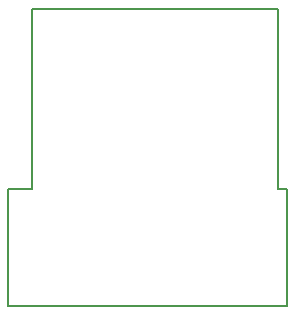
<source format=gbr>
G04 start of page 3 for group 1 idx 12 *
G04 Title: (unknown), outline *
G04 Creator: pcb 4.2.0 *
G04 CreationDate: Mon Aug 31 02:34:49 2020 UTC *
G04 For: commonadmin *
G04 Format: Gerber/RS-274X *
G04 PCB-Dimensions (mil): 1000.00 1100.00 *
G04 PCB-Coordinate-Origin: lower left *
%MOIN*%
%FSLAX25Y25*%
%LNOUTLINE*%
%ADD27C,0.0060*%
G54D27*X9000Y43000D02*X1000D01*
Y4000D01*
X94000D01*
Y43000D02*Y4000D01*
X9000Y103000D02*Y43000D01*
Y103000D02*X91000D01*
Y43000D01*
X94000D01*
M02*

</source>
